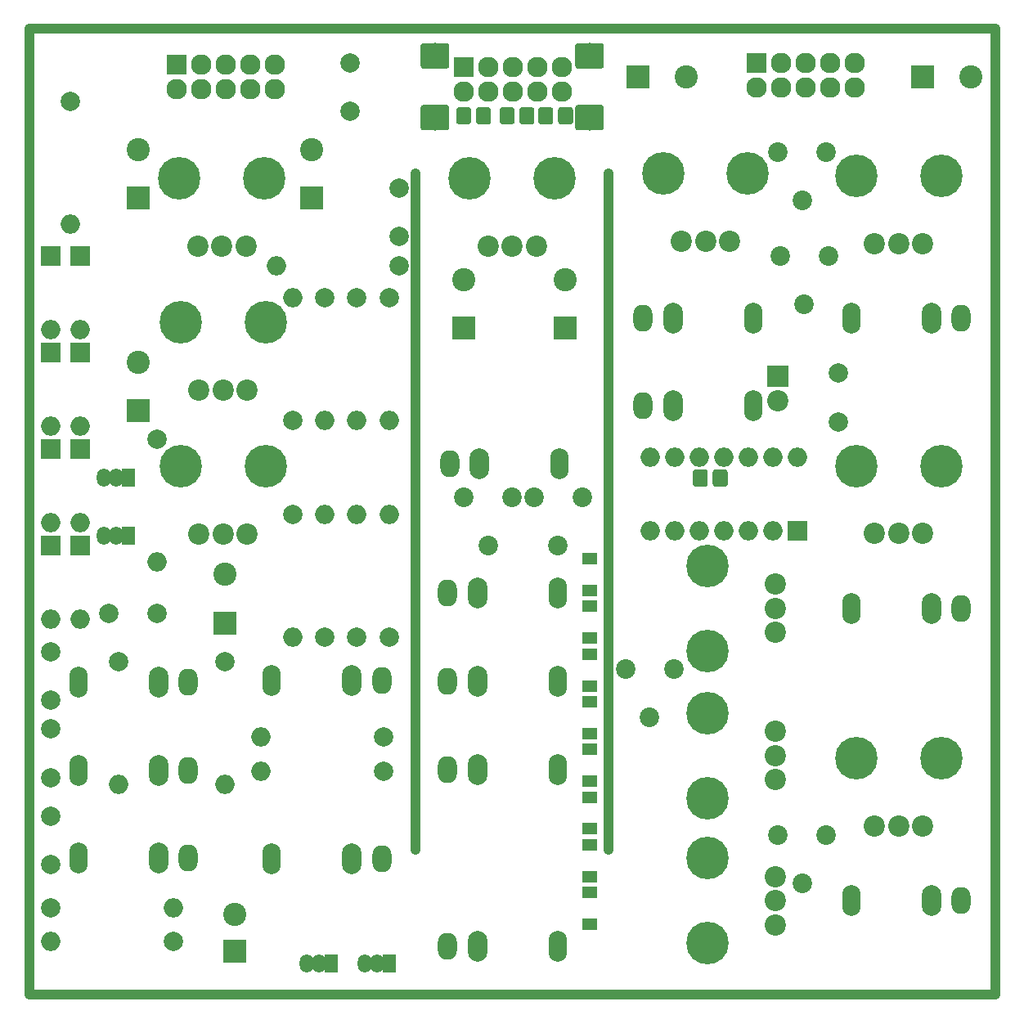
<source format=gbr>
%TF.GenerationSoftware,KiCad,Pcbnew,(5.0.0)*%
%TF.CreationDate,2019-01-26T23:48:39+01:00*%
%TF.ProjectId,Kicad_JE_SteinerVCF,4B696361645F4A455F537465696E6572,Rev A*%
%TF.SameCoordinates,Original*%
%TF.FileFunction,Soldermask,Top*%
%TF.FilePolarity,Negative*%
%FSLAX46Y46*%
G04 Gerber Fmt 4.6, Leading zero omitted, Abs format (unit mm)*
G04 Created by KiCad (PCBNEW (5.0.0)) date 01/26/19 23:48:39*
%MOMM*%
%LPD*%
G01*
G04 APERTURE LIST*
%ADD10C,1.000000*%
%ADD11C,2.000000*%
%ADD12C,2.400000*%
%ADD13R,2.400000X2.400000*%
%ADD14O,2.000000X2.000000*%
%ADD15R,2.000000X2.000000*%
%ADD16R,1.600000X1.300000*%
%ADD17O,1.900000X3.200000*%
%ADD18O,2.000000X2.800000*%
%ADD19O,2.000000X3.200000*%
%ADD20R,2.127200X2.127200*%
%ADD21O,2.127200X2.127200*%
%ADD22O,1.450000X1.900000*%
%ADD23R,1.450000X1.900000*%
%ADD24C,0.150000*%
%ADD25C,1.550000*%
%ADD26C,4.400000*%
%ADD27C,2.200000*%
%ADD28C,2.650000*%
%ADD29C,2.020000*%
%ADD30R,2.200000X2.200000*%
G04 APERTURE END LIST*
D10*
X110000000Y-135000000D02*
X110000000Y-65000000D01*
X110000000Y-65000000D02*
X110000000Y-135000000D01*
X90000000Y-135000000D02*
X90000000Y-65000000D01*
X90000000Y-65000000D02*
X90000000Y-135000000D01*
X150000000Y-50000000D02*
X50000000Y-50000000D01*
X150000000Y-150000000D02*
X150000000Y-50000000D01*
X50000000Y-150000000D02*
X150000000Y-150000000D01*
X50000000Y-50000000D02*
X50000000Y-150000000D01*
D11*
X83250000Y-53500000D03*
X83250000Y-58500000D03*
D12*
X79250000Y-62500000D03*
D13*
X79250000Y-67500000D03*
D12*
X70250000Y-106500000D03*
D13*
X70250000Y-111500000D03*
D11*
X88250000Y-71500000D03*
X88250000Y-66500000D03*
D12*
X61250000Y-62500000D03*
D13*
X61250000Y-67500000D03*
D11*
X52250000Y-114500000D03*
X52250000Y-119500000D03*
D13*
X71250000Y-145500000D03*
D12*
X71250000Y-141700000D03*
D11*
X52250000Y-131500000D03*
X52250000Y-136500000D03*
X52250000Y-127500000D03*
X52250000Y-122500000D03*
X63250000Y-110500000D03*
X58250000Y-110500000D03*
D13*
X61250000Y-89500000D03*
D12*
X61250000Y-84500000D03*
D14*
X55250000Y-81120000D03*
D15*
X55250000Y-73500000D03*
X55250000Y-83500000D03*
D14*
X55250000Y-91120000D03*
X52250000Y-81120000D03*
D15*
X52250000Y-73500000D03*
X52250000Y-83500000D03*
D14*
X52250000Y-91120000D03*
X55250000Y-101120000D03*
D15*
X55250000Y-93500000D03*
X55250000Y-103500000D03*
D14*
X55250000Y-111120000D03*
X52250000Y-101120000D03*
D15*
X52250000Y-93500000D03*
X52250000Y-103500000D03*
D14*
X52250000Y-111120000D03*
D16*
X107986181Y-142695825D03*
X107986181Y-139395825D03*
X107986181Y-134463441D03*
X107986181Y-137763441D03*
X107986181Y-132831057D03*
X107986181Y-129531057D03*
X107986181Y-124598673D03*
X107986181Y-127898673D03*
X107986181Y-122966289D03*
X107986181Y-119666289D03*
X107986181Y-114733905D03*
X107986181Y-118033905D03*
X107986181Y-113101521D03*
X107986181Y-109801521D03*
X107986181Y-104869137D03*
X107986181Y-108169137D03*
D17*
X55080000Y-126750000D03*
D18*
X66480000Y-126750000D03*
D19*
X63380000Y-126750000D03*
X63380000Y-135800000D03*
D18*
X66480000Y-135800000D03*
D17*
X55080000Y-135800000D03*
D19*
X63380000Y-117600000D03*
D18*
X66480000Y-117600000D03*
D17*
X55080000Y-117600000D03*
D19*
X83380000Y-135900000D03*
D18*
X86480000Y-135900000D03*
D17*
X75080000Y-135900000D03*
X75080000Y-117500000D03*
D18*
X86480000Y-117500000D03*
D19*
X83380000Y-117500000D03*
D17*
X104720341Y-108385056D03*
D18*
X93320341Y-108385056D03*
D19*
X96420341Y-108385056D03*
X96420341Y-117525797D03*
D18*
X93320341Y-117525797D03*
D17*
X104720341Y-117525797D03*
X104720341Y-126666538D03*
D18*
X93320341Y-126666538D03*
D19*
X96420341Y-126666538D03*
X96420341Y-144948020D03*
D18*
X93320341Y-144948020D03*
D17*
X104720341Y-144948020D03*
X104920000Y-95000000D03*
D18*
X93520000Y-95000000D03*
D19*
X96620000Y-95000000D03*
D20*
X65250000Y-53750000D03*
D21*
X65250000Y-56290000D03*
X67790000Y-53750000D03*
X67790000Y-56290000D03*
X70330000Y-53750000D03*
X70330000Y-56290000D03*
X72870000Y-53750000D03*
X72870000Y-56290000D03*
X75410000Y-53750000D03*
X75410000Y-56290000D03*
X105160000Y-56540000D03*
X105160000Y-54000000D03*
X102620000Y-56540000D03*
X102620000Y-54000000D03*
X100080000Y-56540000D03*
X100080000Y-54000000D03*
X97540000Y-56540000D03*
X97540000Y-54000000D03*
X95000000Y-56540000D03*
D20*
X95000000Y-54000000D03*
D22*
X79980000Y-146776322D03*
X78710000Y-146776322D03*
D23*
X81250000Y-146776322D03*
X87250000Y-146776322D03*
D22*
X84710000Y-146776322D03*
X85980000Y-146776322D03*
D23*
X60250000Y-102500000D03*
D22*
X57710000Y-102500000D03*
X58980000Y-102500000D03*
X58980000Y-96500000D03*
X57710000Y-96500000D03*
D23*
X60250000Y-96500000D03*
D11*
X88250000Y-74500000D03*
D14*
X75550000Y-74500000D03*
X83916666Y-100300000D03*
D11*
X83916666Y-113000000D03*
X87249999Y-113000000D03*
D14*
X87249999Y-100300000D03*
D11*
X70250000Y-115500000D03*
D14*
X70250000Y-128200000D03*
X64950000Y-141000000D03*
D11*
X52250000Y-141000000D03*
X86644883Y-123290562D03*
D14*
X73944883Y-123290562D03*
X73944883Y-126873222D03*
D11*
X86644883Y-126873222D03*
D14*
X80583333Y-100300000D03*
D11*
X80583333Y-113000000D03*
D14*
X77250000Y-113000000D03*
D11*
X77250000Y-100300000D03*
X59250000Y-115500000D03*
D14*
X59250000Y-128200000D03*
D11*
X77250000Y-90500000D03*
D14*
X77250000Y-77800000D03*
D11*
X87249999Y-77800000D03*
D14*
X87249999Y-90500000D03*
X52250000Y-144500000D03*
D11*
X64950000Y-144500000D03*
D14*
X63250000Y-105200000D03*
D11*
X63250000Y-92500000D03*
X83916666Y-77800000D03*
D14*
X83916666Y-90500000D03*
D11*
X54250000Y-57500000D03*
D14*
X54250000Y-70200000D03*
X80583333Y-90500000D03*
D11*
X80583333Y-77800000D03*
D24*
G36*
X103946071Y-58101623D02*
X103978781Y-58106475D01*
X104010857Y-58114509D01*
X104041991Y-58125649D01*
X104071884Y-58139787D01*
X104100247Y-58156787D01*
X104126807Y-58176485D01*
X104151308Y-58198692D01*
X104173515Y-58223193D01*
X104193213Y-58249753D01*
X104210213Y-58278116D01*
X104224351Y-58308009D01*
X104235491Y-58339143D01*
X104243525Y-58371219D01*
X104248377Y-58403929D01*
X104250000Y-58436956D01*
X104250000Y-59563044D01*
X104248377Y-59596071D01*
X104243525Y-59628781D01*
X104235491Y-59660857D01*
X104224351Y-59691991D01*
X104210213Y-59721884D01*
X104193213Y-59750247D01*
X104173515Y-59776807D01*
X104151308Y-59801308D01*
X104126807Y-59823515D01*
X104100247Y-59843213D01*
X104071884Y-59860213D01*
X104041991Y-59874351D01*
X104010857Y-59885491D01*
X103978781Y-59893525D01*
X103946071Y-59898377D01*
X103913044Y-59900000D01*
X103036956Y-59900000D01*
X103003929Y-59898377D01*
X102971219Y-59893525D01*
X102939143Y-59885491D01*
X102908009Y-59874351D01*
X102878116Y-59860213D01*
X102849753Y-59843213D01*
X102823193Y-59823515D01*
X102798692Y-59801308D01*
X102776485Y-59776807D01*
X102756787Y-59750247D01*
X102739787Y-59721884D01*
X102725649Y-59691991D01*
X102714509Y-59660857D01*
X102706475Y-59628781D01*
X102701623Y-59596071D01*
X102700000Y-59563044D01*
X102700000Y-58436956D01*
X102701623Y-58403929D01*
X102706475Y-58371219D01*
X102714509Y-58339143D01*
X102725649Y-58308009D01*
X102739787Y-58278116D01*
X102756787Y-58249753D01*
X102776485Y-58223193D01*
X102798692Y-58198692D01*
X102823193Y-58176485D01*
X102849753Y-58156787D01*
X102878116Y-58139787D01*
X102908009Y-58125649D01*
X102939143Y-58114509D01*
X102971219Y-58106475D01*
X103003929Y-58101623D01*
X103036956Y-58100000D01*
X103913044Y-58100000D01*
X103946071Y-58101623D01*
X103946071Y-58101623D01*
G37*
D25*
X103475000Y-59000000D03*
D24*
G36*
X105996071Y-58101623D02*
X106028781Y-58106475D01*
X106060857Y-58114509D01*
X106091991Y-58125649D01*
X106121884Y-58139787D01*
X106150247Y-58156787D01*
X106176807Y-58176485D01*
X106201308Y-58198692D01*
X106223515Y-58223193D01*
X106243213Y-58249753D01*
X106260213Y-58278116D01*
X106274351Y-58308009D01*
X106285491Y-58339143D01*
X106293525Y-58371219D01*
X106298377Y-58403929D01*
X106300000Y-58436956D01*
X106300000Y-59563044D01*
X106298377Y-59596071D01*
X106293525Y-59628781D01*
X106285491Y-59660857D01*
X106274351Y-59691991D01*
X106260213Y-59721884D01*
X106243213Y-59750247D01*
X106223515Y-59776807D01*
X106201308Y-59801308D01*
X106176807Y-59823515D01*
X106150247Y-59843213D01*
X106121884Y-59860213D01*
X106091991Y-59874351D01*
X106060857Y-59885491D01*
X106028781Y-59893525D01*
X105996071Y-59898377D01*
X105963044Y-59900000D01*
X105086956Y-59900000D01*
X105053929Y-59898377D01*
X105021219Y-59893525D01*
X104989143Y-59885491D01*
X104958009Y-59874351D01*
X104928116Y-59860213D01*
X104899753Y-59843213D01*
X104873193Y-59823515D01*
X104848692Y-59801308D01*
X104826485Y-59776807D01*
X104806787Y-59750247D01*
X104789787Y-59721884D01*
X104775649Y-59691991D01*
X104764509Y-59660857D01*
X104756475Y-59628781D01*
X104751623Y-59596071D01*
X104750000Y-59563044D01*
X104750000Y-58436956D01*
X104751623Y-58403929D01*
X104756475Y-58371219D01*
X104764509Y-58339143D01*
X104775649Y-58308009D01*
X104789787Y-58278116D01*
X104806787Y-58249753D01*
X104826485Y-58223193D01*
X104848692Y-58198692D01*
X104873193Y-58176485D01*
X104899753Y-58156787D01*
X104928116Y-58139787D01*
X104958009Y-58125649D01*
X104989143Y-58114509D01*
X105021219Y-58106475D01*
X105053929Y-58101623D01*
X105086956Y-58100000D01*
X105963044Y-58100000D01*
X105996071Y-58101623D01*
X105996071Y-58101623D01*
G37*
D25*
X105525000Y-59000000D03*
D24*
G36*
X97496071Y-58101623D02*
X97528781Y-58106475D01*
X97560857Y-58114509D01*
X97591991Y-58125649D01*
X97621884Y-58139787D01*
X97650247Y-58156787D01*
X97676807Y-58176485D01*
X97701308Y-58198692D01*
X97723515Y-58223193D01*
X97743213Y-58249753D01*
X97760213Y-58278116D01*
X97774351Y-58308009D01*
X97785491Y-58339143D01*
X97793525Y-58371219D01*
X97798377Y-58403929D01*
X97800000Y-58436956D01*
X97800000Y-59563044D01*
X97798377Y-59596071D01*
X97793525Y-59628781D01*
X97785491Y-59660857D01*
X97774351Y-59691991D01*
X97760213Y-59721884D01*
X97743213Y-59750247D01*
X97723515Y-59776807D01*
X97701308Y-59801308D01*
X97676807Y-59823515D01*
X97650247Y-59843213D01*
X97621884Y-59860213D01*
X97591991Y-59874351D01*
X97560857Y-59885491D01*
X97528781Y-59893525D01*
X97496071Y-59898377D01*
X97463044Y-59900000D01*
X96586956Y-59900000D01*
X96553929Y-59898377D01*
X96521219Y-59893525D01*
X96489143Y-59885491D01*
X96458009Y-59874351D01*
X96428116Y-59860213D01*
X96399753Y-59843213D01*
X96373193Y-59823515D01*
X96348692Y-59801308D01*
X96326485Y-59776807D01*
X96306787Y-59750247D01*
X96289787Y-59721884D01*
X96275649Y-59691991D01*
X96264509Y-59660857D01*
X96256475Y-59628781D01*
X96251623Y-59596071D01*
X96250000Y-59563044D01*
X96250000Y-58436956D01*
X96251623Y-58403929D01*
X96256475Y-58371219D01*
X96264509Y-58339143D01*
X96275649Y-58308009D01*
X96289787Y-58278116D01*
X96306787Y-58249753D01*
X96326485Y-58223193D01*
X96348692Y-58198692D01*
X96373193Y-58176485D01*
X96399753Y-58156787D01*
X96428116Y-58139787D01*
X96458009Y-58125649D01*
X96489143Y-58114509D01*
X96521219Y-58106475D01*
X96553929Y-58101623D01*
X96586956Y-58100000D01*
X97463044Y-58100000D01*
X97496071Y-58101623D01*
X97496071Y-58101623D01*
G37*
D25*
X97025000Y-59000000D03*
D24*
G36*
X95446071Y-58101623D02*
X95478781Y-58106475D01*
X95510857Y-58114509D01*
X95541991Y-58125649D01*
X95571884Y-58139787D01*
X95600247Y-58156787D01*
X95626807Y-58176485D01*
X95651308Y-58198692D01*
X95673515Y-58223193D01*
X95693213Y-58249753D01*
X95710213Y-58278116D01*
X95724351Y-58308009D01*
X95735491Y-58339143D01*
X95743525Y-58371219D01*
X95748377Y-58403929D01*
X95750000Y-58436956D01*
X95750000Y-59563044D01*
X95748377Y-59596071D01*
X95743525Y-59628781D01*
X95735491Y-59660857D01*
X95724351Y-59691991D01*
X95710213Y-59721884D01*
X95693213Y-59750247D01*
X95673515Y-59776807D01*
X95651308Y-59801308D01*
X95626807Y-59823515D01*
X95600247Y-59843213D01*
X95571884Y-59860213D01*
X95541991Y-59874351D01*
X95510857Y-59885491D01*
X95478781Y-59893525D01*
X95446071Y-59898377D01*
X95413044Y-59900000D01*
X94536956Y-59900000D01*
X94503929Y-59898377D01*
X94471219Y-59893525D01*
X94439143Y-59885491D01*
X94408009Y-59874351D01*
X94378116Y-59860213D01*
X94349753Y-59843213D01*
X94323193Y-59823515D01*
X94298692Y-59801308D01*
X94276485Y-59776807D01*
X94256787Y-59750247D01*
X94239787Y-59721884D01*
X94225649Y-59691991D01*
X94214509Y-59660857D01*
X94206475Y-59628781D01*
X94201623Y-59596071D01*
X94200000Y-59563044D01*
X94200000Y-58436956D01*
X94201623Y-58403929D01*
X94206475Y-58371219D01*
X94214509Y-58339143D01*
X94225649Y-58308009D01*
X94239787Y-58278116D01*
X94256787Y-58249753D01*
X94276485Y-58223193D01*
X94298692Y-58198692D01*
X94323193Y-58176485D01*
X94349753Y-58156787D01*
X94378116Y-58139787D01*
X94408009Y-58125649D01*
X94439143Y-58114509D01*
X94471219Y-58106475D01*
X94503929Y-58101623D01*
X94536956Y-58100000D01*
X95413044Y-58100000D01*
X95446071Y-58101623D01*
X95446071Y-58101623D01*
G37*
D25*
X94975000Y-59000000D03*
D26*
X74350000Y-65500000D03*
X65550000Y-65500000D03*
D27*
X72450000Y-72500000D03*
X69950000Y-72500000D03*
X67450000Y-72500000D03*
X67550000Y-87400000D03*
X70050000Y-87400000D03*
X72550000Y-87400000D03*
D26*
X65650000Y-80400000D03*
X74450000Y-80400000D03*
X74450000Y-95300000D03*
X65650000Y-95300000D03*
D27*
X72550000Y-102300000D03*
X70050000Y-102300000D03*
X67550000Y-102300000D03*
D26*
X104400000Y-65500000D03*
X95600000Y-65500000D03*
D27*
X102500000Y-72500000D03*
X100000000Y-72500000D03*
X97500000Y-72500000D03*
D24*
G36*
X101996071Y-58101623D02*
X102028781Y-58106475D01*
X102060857Y-58114509D01*
X102091991Y-58125649D01*
X102121884Y-58139787D01*
X102150247Y-58156787D01*
X102176807Y-58176485D01*
X102201308Y-58198692D01*
X102223515Y-58223193D01*
X102243213Y-58249753D01*
X102260213Y-58278116D01*
X102274351Y-58308009D01*
X102285491Y-58339143D01*
X102293525Y-58371219D01*
X102298377Y-58403929D01*
X102300000Y-58436956D01*
X102300000Y-59563044D01*
X102298377Y-59596071D01*
X102293525Y-59628781D01*
X102285491Y-59660857D01*
X102274351Y-59691991D01*
X102260213Y-59721884D01*
X102243213Y-59750247D01*
X102223515Y-59776807D01*
X102201308Y-59801308D01*
X102176807Y-59823515D01*
X102150247Y-59843213D01*
X102121884Y-59860213D01*
X102091991Y-59874351D01*
X102060857Y-59885491D01*
X102028781Y-59893525D01*
X101996071Y-59898377D01*
X101963044Y-59900000D01*
X101086956Y-59900000D01*
X101053929Y-59898377D01*
X101021219Y-59893525D01*
X100989143Y-59885491D01*
X100958009Y-59874351D01*
X100928116Y-59860213D01*
X100899753Y-59843213D01*
X100873193Y-59823515D01*
X100848692Y-59801308D01*
X100826485Y-59776807D01*
X100806787Y-59750247D01*
X100789787Y-59721884D01*
X100775649Y-59691991D01*
X100764509Y-59660857D01*
X100756475Y-59628781D01*
X100751623Y-59596071D01*
X100750000Y-59563044D01*
X100750000Y-58436956D01*
X100751623Y-58403929D01*
X100756475Y-58371219D01*
X100764509Y-58339143D01*
X100775649Y-58308009D01*
X100789787Y-58278116D01*
X100806787Y-58249753D01*
X100826485Y-58223193D01*
X100848692Y-58198692D01*
X100873193Y-58176485D01*
X100899753Y-58156787D01*
X100928116Y-58139787D01*
X100958009Y-58125649D01*
X100989143Y-58114509D01*
X101021219Y-58106475D01*
X101053929Y-58101623D01*
X101086956Y-58100000D01*
X101963044Y-58100000D01*
X101996071Y-58101623D01*
X101996071Y-58101623D01*
G37*
D25*
X101525000Y-59000000D03*
D24*
G36*
X99946071Y-58101623D02*
X99978781Y-58106475D01*
X100010857Y-58114509D01*
X100041991Y-58125649D01*
X100071884Y-58139787D01*
X100100247Y-58156787D01*
X100126807Y-58176485D01*
X100151308Y-58198692D01*
X100173515Y-58223193D01*
X100193213Y-58249753D01*
X100210213Y-58278116D01*
X100224351Y-58308009D01*
X100235491Y-58339143D01*
X100243525Y-58371219D01*
X100248377Y-58403929D01*
X100250000Y-58436956D01*
X100250000Y-59563044D01*
X100248377Y-59596071D01*
X100243525Y-59628781D01*
X100235491Y-59660857D01*
X100224351Y-59691991D01*
X100210213Y-59721884D01*
X100193213Y-59750247D01*
X100173515Y-59776807D01*
X100151308Y-59801308D01*
X100126807Y-59823515D01*
X100100247Y-59843213D01*
X100071884Y-59860213D01*
X100041991Y-59874351D01*
X100010857Y-59885491D01*
X99978781Y-59893525D01*
X99946071Y-59898377D01*
X99913044Y-59900000D01*
X99036956Y-59900000D01*
X99003929Y-59898377D01*
X98971219Y-59893525D01*
X98939143Y-59885491D01*
X98908009Y-59874351D01*
X98878116Y-59860213D01*
X98849753Y-59843213D01*
X98823193Y-59823515D01*
X98798692Y-59801308D01*
X98776485Y-59776807D01*
X98756787Y-59750247D01*
X98739787Y-59721884D01*
X98725649Y-59691991D01*
X98714509Y-59660857D01*
X98706475Y-59628781D01*
X98701623Y-59596071D01*
X98700000Y-59563044D01*
X98700000Y-58436956D01*
X98701623Y-58403929D01*
X98706475Y-58371219D01*
X98714509Y-58339143D01*
X98725649Y-58308009D01*
X98739787Y-58278116D01*
X98756787Y-58249753D01*
X98776485Y-58223193D01*
X98798692Y-58198692D01*
X98823193Y-58176485D01*
X98849753Y-58156787D01*
X98878116Y-58139787D01*
X98908009Y-58125649D01*
X98939143Y-58114509D01*
X98971219Y-58106475D01*
X99003929Y-58101623D01*
X99036956Y-58100000D01*
X99913044Y-58100000D01*
X99946071Y-58101623D01*
X99946071Y-58101623D01*
G37*
D25*
X99475000Y-59000000D03*
D24*
G36*
X109209417Y-57876418D02*
X109237999Y-57880658D01*
X109266029Y-57887679D01*
X109293235Y-57897413D01*
X109319356Y-57909768D01*
X109344140Y-57924623D01*
X109367349Y-57941836D01*
X109388759Y-57961241D01*
X109408164Y-57982651D01*
X109425377Y-58005860D01*
X109440232Y-58030644D01*
X109452587Y-58056765D01*
X109462321Y-58083971D01*
X109469342Y-58112001D01*
X109473582Y-58140583D01*
X109475000Y-58169444D01*
X109475000Y-60230556D01*
X109473582Y-60259417D01*
X109469342Y-60287999D01*
X109462321Y-60316029D01*
X109452587Y-60343235D01*
X109440232Y-60369356D01*
X109425377Y-60394140D01*
X109408164Y-60417349D01*
X109388759Y-60438759D01*
X109367349Y-60458164D01*
X109344140Y-60475377D01*
X109319356Y-60490232D01*
X109293235Y-60502587D01*
X109266029Y-60512321D01*
X109237999Y-60519342D01*
X109209417Y-60523582D01*
X109180556Y-60525000D01*
X106819444Y-60525000D01*
X106790583Y-60523582D01*
X106762001Y-60519342D01*
X106733971Y-60512321D01*
X106706765Y-60502587D01*
X106680644Y-60490232D01*
X106655860Y-60475377D01*
X106632651Y-60458164D01*
X106611241Y-60438759D01*
X106591836Y-60417349D01*
X106574623Y-60394140D01*
X106559768Y-60369356D01*
X106547413Y-60343235D01*
X106537679Y-60316029D01*
X106530658Y-60287999D01*
X106526418Y-60259417D01*
X106525000Y-60230556D01*
X106525000Y-58169444D01*
X106526418Y-58140583D01*
X106530658Y-58112001D01*
X106537679Y-58083971D01*
X106547413Y-58056765D01*
X106559768Y-58030644D01*
X106574623Y-58005860D01*
X106591836Y-57982651D01*
X106611241Y-57961241D01*
X106632651Y-57941836D01*
X106655860Y-57924623D01*
X106680644Y-57909768D01*
X106706765Y-57897413D01*
X106733971Y-57887679D01*
X106762001Y-57880658D01*
X106790583Y-57876418D01*
X106819444Y-57875000D01*
X109180556Y-57875000D01*
X109209417Y-57876418D01*
X109209417Y-57876418D01*
G37*
D28*
X108000000Y-59200000D03*
D24*
G36*
X109209417Y-51476418D02*
X109237999Y-51480658D01*
X109266029Y-51487679D01*
X109293235Y-51497413D01*
X109319356Y-51509768D01*
X109344140Y-51524623D01*
X109367349Y-51541836D01*
X109388759Y-51561241D01*
X109408164Y-51582651D01*
X109425377Y-51605860D01*
X109440232Y-51630644D01*
X109452587Y-51656765D01*
X109462321Y-51683971D01*
X109469342Y-51712001D01*
X109473582Y-51740583D01*
X109475000Y-51769444D01*
X109475000Y-53830556D01*
X109473582Y-53859417D01*
X109469342Y-53887999D01*
X109462321Y-53916029D01*
X109452587Y-53943235D01*
X109440232Y-53969356D01*
X109425377Y-53994140D01*
X109408164Y-54017349D01*
X109388759Y-54038759D01*
X109367349Y-54058164D01*
X109344140Y-54075377D01*
X109319356Y-54090232D01*
X109293235Y-54102587D01*
X109266029Y-54112321D01*
X109237999Y-54119342D01*
X109209417Y-54123582D01*
X109180556Y-54125000D01*
X106819444Y-54125000D01*
X106790583Y-54123582D01*
X106762001Y-54119342D01*
X106733971Y-54112321D01*
X106706765Y-54102587D01*
X106680644Y-54090232D01*
X106655860Y-54075377D01*
X106632651Y-54058164D01*
X106611241Y-54038759D01*
X106591836Y-54017349D01*
X106574623Y-53994140D01*
X106559768Y-53969356D01*
X106547413Y-53943235D01*
X106537679Y-53916029D01*
X106530658Y-53887999D01*
X106526418Y-53859417D01*
X106525000Y-53830556D01*
X106525000Y-51769444D01*
X106526418Y-51740583D01*
X106530658Y-51712001D01*
X106537679Y-51683971D01*
X106547413Y-51656765D01*
X106559768Y-51630644D01*
X106574623Y-51605860D01*
X106591836Y-51582651D01*
X106611241Y-51561241D01*
X106632651Y-51541836D01*
X106655860Y-51524623D01*
X106680644Y-51509768D01*
X106706765Y-51497413D01*
X106733971Y-51487679D01*
X106762001Y-51480658D01*
X106790583Y-51476418D01*
X106819444Y-51475000D01*
X109180556Y-51475000D01*
X109209417Y-51476418D01*
X109209417Y-51476418D01*
G37*
D28*
X108000000Y-52800000D03*
D24*
G36*
X93209417Y-57876418D02*
X93237999Y-57880658D01*
X93266029Y-57887679D01*
X93293235Y-57897413D01*
X93319356Y-57909768D01*
X93344140Y-57924623D01*
X93367349Y-57941836D01*
X93388759Y-57961241D01*
X93408164Y-57982651D01*
X93425377Y-58005860D01*
X93440232Y-58030644D01*
X93452587Y-58056765D01*
X93462321Y-58083971D01*
X93469342Y-58112001D01*
X93473582Y-58140583D01*
X93475000Y-58169444D01*
X93475000Y-60230556D01*
X93473582Y-60259417D01*
X93469342Y-60287999D01*
X93462321Y-60316029D01*
X93452587Y-60343235D01*
X93440232Y-60369356D01*
X93425377Y-60394140D01*
X93408164Y-60417349D01*
X93388759Y-60438759D01*
X93367349Y-60458164D01*
X93344140Y-60475377D01*
X93319356Y-60490232D01*
X93293235Y-60502587D01*
X93266029Y-60512321D01*
X93237999Y-60519342D01*
X93209417Y-60523582D01*
X93180556Y-60525000D01*
X90819444Y-60525000D01*
X90790583Y-60523582D01*
X90762001Y-60519342D01*
X90733971Y-60512321D01*
X90706765Y-60502587D01*
X90680644Y-60490232D01*
X90655860Y-60475377D01*
X90632651Y-60458164D01*
X90611241Y-60438759D01*
X90591836Y-60417349D01*
X90574623Y-60394140D01*
X90559768Y-60369356D01*
X90547413Y-60343235D01*
X90537679Y-60316029D01*
X90530658Y-60287999D01*
X90526418Y-60259417D01*
X90525000Y-60230556D01*
X90525000Y-58169444D01*
X90526418Y-58140583D01*
X90530658Y-58112001D01*
X90537679Y-58083971D01*
X90547413Y-58056765D01*
X90559768Y-58030644D01*
X90574623Y-58005860D01*
X90591836Y-57982651D01*
X90611241Y-57961241D01*
X90632651Y-57941836D01*
X90655860Y-57924623D01*
X90680644Y-57909768D01*
X90706765Y-57897413D01*
X90733971Y-57887679D01*
X90762001Y-57880658D01*
X90790583Y-57876418D01*
X90819444Y-57875000D01*
X93180556Y-57875000D01*
X93209417Y-57876418D01*
X93209417Y-57876418D01*
G37*
D28*
X92000000Y-59200000D03*
D24*
G36*
X93209417Y-51476418D02*
X93237999Y-51480658D01*
X93266029Y-51487679D01*
X93293235Y-51497413D01*
X93319356Y-51509768D01*
X93344140Y-51524623D01*
X93367349Y-51541836D01*
X93388759Y-51561241D01*
X93408164Y-51582651D01*
X93425377Y-51605860D01*
X93440232Y-51630644D01*
X93452587Y-51656765D01*
X93462321Y-51683971D01*
X93469342Y-51712001D01*
X93473582Y-51740583D01*
X93475000Y-51769444D01*
X93475000Y-53830556D01*
X93473582Y-53859417D01*
X93469342Y-53887999D01*
X93462321Y-53916029D01*
X93452587Y-53943235D01*
X93440232Y-53969356D01*
X93425377Y-53994140D01*
X93408164Y-54017349D01*
X93388759Y-54038759D01*
X93367349Y-54058164D01*
X93344140Y-54075377D01*
X93319356Y-54090232D01*
X93293235Y-54102587D01*
X93266029Y-54112321D01*
X93237999Y-54119342D01*
X93209417Y-54123582D01*
X93180556Y-54125000D01*
X90819444Y-54125000D01*
X90790583Y-54123582D01*
X90762001Y-54119342D01*
X90733971Y-54112321D01*
X90706765Y-54102587D01*
X90680644Y-54090232D01*
X90655860Y-54075377D01*
X90632651Y-54058164D01*
X90611241Y-54038759D01*
X90591836Y-54017349D01*
X90574623Y-53994140D01*
X90559768Y-53969356D01*
X90547413Y-53943235D01*
X90537679Y-53916029D01*
X90530658Y-53887999D01*
X90526418Y-53859417D01*
X90525000Y-53830556D01*
X90525000Y-51769444D01*
X90526418Y-51740583D01*
X90530658Y-51712001D01*
X90537679Y-51683971D01*
X90547413Y-51656765D01*
X90559768Y-51630644D01*
X90574623Y-51605860D01*
X90591836Y-51582651D01*
X90611241Y-51561241D01*
X90632651Y-51541836D01*
X90655860Y-51524623D01*
X90680644Y-51509768D01*
X90706765Y-51497413D01*
X90733971Y-51487679D01*
X90762001Y-51480658D01*
X90790583Y-51476418D01*
X90819444Y-51475000D01*
X93180556Y-51475000D01*
X93209417Y-51476418D01*
X93209417Y-51476418D01*
G37*
D28*
X92000000Y-52800000D03*
D29*
X102250000Y-98500000D03*
X104750000Y-103500000D03*
X107250000Y-98500000D03*
X100000000Y-98500000D03*
X97500000Y-103500000D03*
X95000000Y-98500000D03*
D12*
X105500000Y-76000000D03*
D13*
X105500000Y-81000000D03*
X95000000Y-81000000D03*
D12*
X95000000Y-76000000D03*
D13*
X142500000Y-55000000D03*
D12*
X147500000Y-55000000D03*
X118000000Y-55000000D03*
D13*
X113000000Y-55000000D03*
D24*
G36*
X119946071Y-95601623D02*
X119978781Y-95606475D01*
X120010857Y-95614509D01*
X120041991Y-95625649D01*
X120071884Y-95639787D01*
X120100247Y-95656787D01*
X120126807Y-95676485D01*
X120151308Y-95698692D01*
X120173515Y-95723193D01*
X120193213Y-95749753D01*
X120210213Y-95778116D01*
X120224351Y-95808009D01*
X120235491Y-95839143D01*
X120243525Y-95871219D01*
X120248377Y-95903929D01*
X120250000Y-95936956D01*
X120250000Y-97063044D01*
X120248377Y-97096071D01*
X120243525Y-97128781D01*
X120235491Y-97160857D01*
X120224351Y-97191991D01*
X120210213Y-97221884D01*
X120193213Y-97250247D01*
X120173515Y-97276807D01*
X120151308Y-97301308D01*
X120126807Y-97323515D01*
X120100247Y-97343213D01*
X120071884Y-97360213D01*
X120041991Y-97374351D01*
X120010857Y-97385491D01*
X119978781Y-97393525D01*
X119946071Y-97398377D01*
X119913044Y-97400000D01*
X119036956Y-97400000D01*
X119003929Y-97398377D01*
X118971219Y-97393525D01*
X118939143Y-97385491D01*
X118908009Y-97374351D01*
X118878116Y-97360213D01*
X118849753Y-97343213D01*
X118823193Y-97323515D01*
X118798692Y-97301308D01*
X118776485Y-97276807D01*
X118756787Y-97250247D01*
X118739787Y-97221884D01*
X118725649Y-97191991D01*
X118714509Y-97160857D01*
X118706475Y-97128781D01*
X118701623Y-97096071D01*
X118700000Y-97063044D01*
X118700000Y-95936956D01*
X118701623Y-95903929D01*
X118706475Y-95871219D01*
X118714509Y-95839143D01*
X118725649Y-95808009D01*
X118739787Y-95778116D01*
X118756787Y-95749753D01*
X118776485Y-95723193D01*
X118798692Y-95698692D01*
X118823193Y-95676485D01*
X118849753Y-95656787D01*
X118878116Y-95639787D01*
X118908009Y-95625649D01*
X118939143Y-95614509D01*
X118971219Y-95606475D01*
X119003929Y-95601623D01*
X119036956Y-95600000D01*
X119913044Y-95600000D01*
X119946071Y-95601623D01*
X119946071Y-95601623D01*
G37*
D25*
X119475000Y-96500000D03*
D24*
G36*
X121996071Y-95601623D02*
X122028781Y-95606475D01*
X122060857Y-95614509D01*
X122091991Y-95625649D01*
X122121884Y-95639787D01*
X122150247Y-95656787D01*
X122176807Y-95676485D01*
X122201308Y-95698692D01*
X122223515Y-95723193D01*
X122243213Y-95749753D01*
X122260213Y-95778116D01*
X122274351Y-95808009D01*
X122285491Y-95839143D01*
X122293525Y-95871219D01*
X122298377Y-95903929D01*
X122300000Y-95936956D01*
X122300000Y-97063044D01*
X122298377Y-97096071D01*
X122293525Y-97128781D01*
X122285491Y-97160857D01*
X122274351Y-97191991D01*
X122260213Y-97221884D01*
X122243213Y-97250247D01*
X122223515Y-97276807D01*
X122201308Y-97301308D01*
X122176807Y-97323515D01*
X122150247Y-97343213D01*
X122121884Y-97360213D01*
X122091991Y-97374351D01*
X122060857Y-97385491D01*
X122028781Y-97393525D01*
X121996071Y-97398377D01*
X121963044Y-97400000D01*
X121086956Y-97400000D01*
X121053929Y-97398377D01*
X121021219Y-97393525D01*
X120989143Y-97385491D01*
X120958009Y-97374351D01*
X120928116Y-97360213D01*
X120899753Y-97343213D01*
X120873193Y-97323515D01*
X120848692Y-97301308D01*
X120826485Y-97276807D01*
X120806787Y-97250247D01*
X120789787Y-97221884D01*
X120775649Y-97191991D01*
X120764509Y-97160857D01*
X120756475Y-97128781D01*
X120751623Y-97096071D01*
X120750000Y-97063044D01*
X120750000Y-95936956D01*
X120751623Y-95903929D01*
X120756475Y-95871219D01*
X120764509Y-95839143D01*
X120775649Y-95808009D01*
X120789787Y-95778116D01*
X120806787Y-95749753D01*
X120826485Y-95723193D01*
X120848692Y-95698692D01*
X120873193Y-95676485D01*
X120899753Y-95656787D01*
X120928116Y-95639787D01*
X120958009Y-95625649D01*
X120989143Y-95614509D01*
X121021219Y-95606475D01*
X121053929Y-95601623D01*
X121086956Y-95600000D01*
X121963044Y-95600000D01*
X121996071Y-95601623D01*
X121996071Y-95601623D01*
G37*
D25*
X121525000Y-96500000D03*
D30*
X127500000Y-86000000D03*
D27*
X127500000Y-88540000D03*
D19*
X143380000Y-80000000D03*
D18*
X146480000Y-80000000D03*
D17*
X135080000Y-80000000D03*
X135080000Y-140250000D03*
D18*
X146480000Y-140250000D03*
D19*
X143380000Y-140250000D03*
X143380000Y-110000000D03*
D18*
X146480000Y-110000000D03*
D17*
X135080000Y-110000000D03*
X124920000Y-89000000D03*
D18*
X113520000Y-89000000D03*
D19*
X116620000Y-89000000D03*
D17*
X124920000Y-80000000D03*
D18*
X113520000Y-80000000D03*
D19*
X116620000Y-80000000D03*
D20*
X125250000Y-53500000D03*
D21*
X125250000Y-56040000D03*
X127790000Y-53500000D03*
X127790000Y-56040000D03*
X130330000Y-53500000D03*
X130330000Y-56040000D03*
X132870000Y-53500000D03*
X132870000Y-56040000D03*
X135410000Y-53500000D03*
X135410000Y-56040000D03*
D11*
X133750000Y-90750000D03*
X133750000Y-85670000D03*
D27*
X137500000Y-72250000D03*
X140000000Y-72250000D03*
X142500000Y-72250000D03*
D26*
X135600000Y-65250000D03*
X144400000Y-65250000D03*
D27*
X137500000Y-132500000D03*
X140000000Y-132500000D03*
X142500000Y-132500000D03*
D26*
X135600000Y-125500000D03*
X144400000Y-125500000D03*
X120250000Y-120850000D03*
X120250000Y-129650000D03*
D27*
X127250000Y-122750000D03*
X127250000Y-125250000D03*
X127250000Y-127750000D03*
D29*
X111720924Y-116293102D03*
X114220924Y-121293102D03*
X116720924Y-116293102D03*
D26*
X144400000Y-95250000D03*
X135600000Y-95250000D03*
D27*
X142500000Y-102250000D03*
X140000000Y-102250000D03*
X137500000Y-102250000D03*
D29*
X127737133Y-73493377D03*
X130237133Y-78493377D03*
X132737133Y-73493377D03*
X132500000Y-62750000D03*
X130000000Y-67750000D03*
X127500000Y-62750000D03*
X132500000Y-133500000D03*
X130000000Y-138500000D03*
X127500000Y-133500000D03*
D27*
X117500000Y-72000000D03*
X120000000Y-72000000D03*
X122500000Y-72000000D03*
D26*
X115600000Y-65000000D03*
X124400000Y-65000000D03*
D27*
X127250000Y-142750000D03*
X127250000Y-140250000D03*
X127250000Y-137750000D03*
D26*
X120250000Y-144650000D03*
X120250000Y-135850000D03*
X120250000Y-105600000D03*
X120250000Y-114400000D03*
D27*
X127250000Y-107500000D03*
X127250000Y-110000000D03*
X127250000Y-112500000D03*
D15*
X129500000Y-102000000D03*
D14*
X114260000Y-94380000D03*
X126960000Y-102000000D03*
X116800000Y-94380000D03*
X124420000Y-102000000D03*
X119340000Y-94380000D03*
X121880000Y-102000000D03*
X121880000Y-94380000D03*
X119340000Y-102000000D03*
X124420000Y-94380000D03*
X116800000Y-102000000D03*
X126960000Y-94380000D03*
X114260000Y-102000000D03*
X129500000Y-94380000D03*
M02*

</source>
